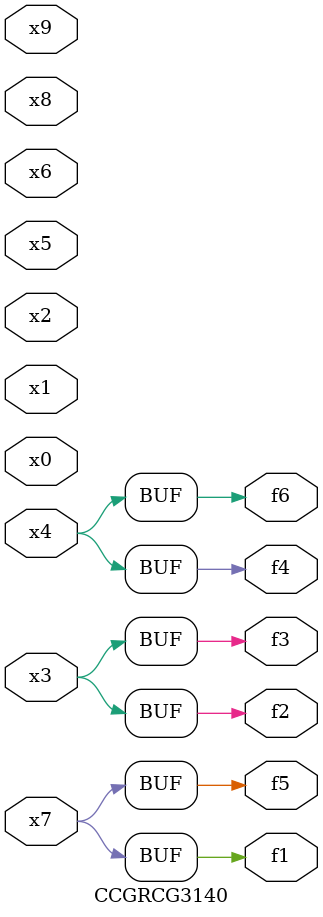
<source format=v>
module CCGRCG3140(
	input x0, x1, x2, x3, x4, x5, x6, x7, x8, x9,
	output f1, f2, f3, f4, f5, f6
);
	assign f1 = x7;
	assign f2 = x3;
	assign f3 = x3;
	assign f4 = x4;
	assign f5 = x7;
	assign f6 = x4;
endmodule

</source>
